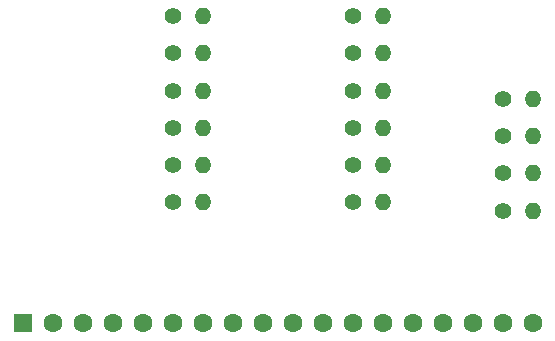
<source format=gbs>
%TF.GenerationSoftware,KiCad,Pcbnew,8.0.5*%
%TF.CreationDate,2024-11-19T19:18:07-05:00*%
%TF.ProjectId,line_sensor_pcb,6c696e65-5f73-4656-9e73-6f725f706362,rev?*%
%TF.SameCoordinates,Original*%
%TF.FileFunction,Soldermask,Bot*%
%TF.FilePolarity,Negative*%
%FSLAX46Y46*%
G04 Gerber Fmt 4.6, Leading zero omitted, Abs format (unit mm)*
G04 Created by KiCad (PCBNEW 8.0.5) date 2024-11-19 19:18:07*
%MOMM*%
%LPD*%
G01*
G04 APERTURE LIST*
G04 Aperture macros list*
%AMRoundRect*
0 Rectangle with rounded corners*
0 $1 Rounding radius*
0 $2 $3 $4 $5 $6 $7 $8 $9 X,Y pos of 4 corners*
0 Add a 4 corners polygon primitive as box body*
4,1,4,$2,$3,$4,$5,$6,$7,$8,$9,$2,$3,0*
0 Add four circle primitives for the rounded corners*
1,1,$1+$1,$2,$3*
1,1,$1+$1,$4,$5*
1,1,$1+$1,$6,$7*
1,1,$1+$1,$8,$9*
0 Add four rect primitives between the rounded corners*
20,1,$1+$1,$2,$3,$4,$5,0*
20,1,$1+$1,$4,$5,$6,$7,0*
20,1,$1+$1,$6,$7,$8,$9,0*
20,1,$1+$1,$8,$9,$2,$3,0*%
G04 Aperture macros list end*
%ADD10C,1.400000*%
%ADD11O,1.400000X1.400000*%
%ADD12RoundRect,0.102000X-0.699000X-0.699000X0.699000X-0.699000X0.699000X0.699000X-0.699000X0.699000X0*%
%ADD13C,1.602000*%
G04 APERTURE END LIST*
D10*
%TO.C,R29*%
X116840000Y-115620000D03*
D11*
X119380000Y-115620000D03*
%TD*%
D10*
%TO.C,R18*%
X88900000Y-111760000D03*
D11*
X91440000Y-111760000D03*
%TD*%
D10*
%TO.C,R26*%
X104140000Y-118060000D03*
D11*
X106680000Y-118060000D03*
%TD*%
D10*
%TO.C,R17*%
X88900000Y-108610000D03*
D11*
X91440000Y-108610000D03*
%TD*%
D10*
%TO.C,R24*%
X104140000Y-111760000D03*
D11*
X106680000Y-111760000D03*
%TD*%
D10*
%TO.C,R28*%
X104140000Y-124360000D03*
D11*
X106680000Y-124360000D03*
%TD*%
D10*
%TO.C,R20*%
X88900000Y-118060000D03*
D11*
X91440000Y-118060000D03*
%TD*%
D10*
%TO.C,R22*%
X88900000Y-124360000D03*
D11*
X91440000Y-124360000D03*
%TD*%
D10*
%TO.C,R25*%
X104140000Y-114910000D03*
D11*
X106680000Y-114910000D03*
%TD*%
D10*
%TO.C,R32*%
X116840000Y-125070000D03*
D11*
X119380000Y-125070000D03*
%TD*%
D12*
%TO.C,J2*%
X76200000Y-134620000D03*
D13*
X78740000Y-134620000D03*
X81280000Y-134620000D03*
X83820000Y-134620000D03*
X86360000Y-134620000D03*
X88900000Y-134620000D03*
X91440000Y-134620000D03*
X93980000Y-134620000D03*
X96520000Y-134620000D03*
X99060000Y-134620000D03*
X101600000Y-134620000D03*
X104140000Y-134620000D03*
X106680000Y-134620000D03*
X109220000Y-134620000D03*
X111760000Y-134620000D03*
X114300000Y-134620000D03*
X116840000Y-134620000D03*
X119380000Y-134620000D03*
%TD*%
D10*
%TO.C,R27*%
X104140000Y-121210000D03*
D11*
X106680000Y-121210000D03*
%TD*%
D10*
%TO.C,R31*%
X116840000Y-121920000D03*
D11*
X119380000Y-121920000D03*
%TD*%
D10*
%TO.C,R21*%
X88900000Y-121210000D03*
D11*
X91440000Y-121210000D03*
%TD*%
D10*
%TO.C,R23*%
X104140000Y-108610000D03*
D11*
X106680000Y-108610000D03*
%TD*%
D10*
%TO.C,R19*%
X88900000Y-114910000D03*
D11*
X91440000Y-114910000D03*
%TD*%
D10*
%TO.C,R30*%
X116840000Y-118770000D03*
D11*
X119380000Y-118770000D03*
%TD*%
M02*

</source>
